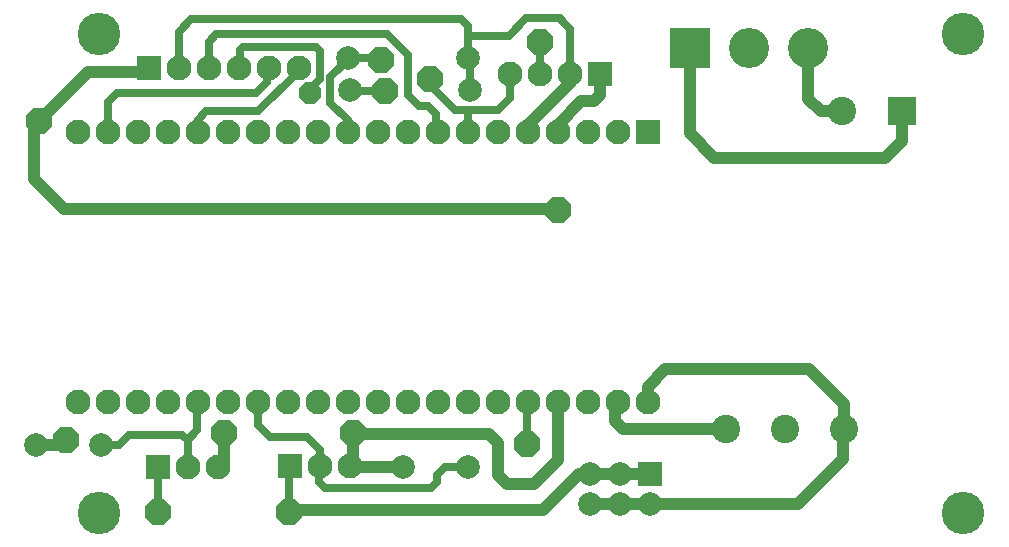
<source format=gbr>
G04 EasyPC Gerber Version 20.0.2 Build 4112 *
%FSLAX35Y35*%
%MOIN*%
%AMT79*0 Octagon Pad at angle 0*4,1,8,-0.01549,-0.03740,0.01549,-0.03740,0.03740,-0.01549,0.03740,0.01549,0.01549,0.03740,-0.01549,0.03740,-0.03740,0.01549,-0.03740,-0.01549,-0.01549,-0.03740,0*%
%ADD79T79*%
%AMT78*0 Octagon Pad at angle 0*4,1,8,-0.01794,-0.04331,0.01794,-0.04331,0.04331,-0.01794,0.04331,0.01794,0.01794,0.04331,-0.01794,0.04331,-0.04331,0.01794,-0.04331,-0.01794,-0.01794,-0.04331,0*%
%ADD78T78*%
%ADD18R,0.07874X0.07874*%
%ADD71R,0.08268X0.08268*%
%ADD75R,0.09449X0.09449*%
%ADD76R,0.13386X0.13386*%
%ADD80C,0.02559*%
%ADD29C,0.03937*%
%ADD19C,0.07874*%
%ADD20C,0.08268*%
%ADD25C,0.09449*%
%ADD77C,0.13386*%
%ADD74C,0.14173*%
X0Y0D02*
D02*
D18*
X230786Y25350D03*
D02*
D19*
X26079Y35055D03*
X47733D03*
X130036Y163850D03*
X130786Y153350D03*
X148579Y27600D03*
X170036Y163850D03*
X170233Y27600D03*
X170786Y153350D03*
X210786Y15350D03*
Y25350D03*
X220786Y15350D03*
Y25350D03*
X230786Y15350D03*
D02*
D71*
X63786Y160600D03*
X66656Y27478D03*
X110683Y27850D03*
X214120Y158469D03*
X230002Y139398D03*
D02*
D20*
X40002Y49398D03*
Y139398D03*
X50002Y49398D03*
Y139398D03*
X60002Y49398D03*
Y139398D03*
X70002Y49398D03*
Y139398D03*
X73786Y160600D03*
X76656Y27478D03*
X80002Y49398D03*
Y139398D03*
X83786Y160600D03*
X86656Y27478D03*
X90002Y49398D03*
Y139398D03*
X93786Y160600D03*
X100002Y49398D03*
Y139398D03*
X103786Y160600D03*
X110002Y49398D03*
Y139398D03*
X113786Y160600D03*
X120002Y49398D03*
Y139398D03*
X120683Y27850D03*
X130002Y49398D03*
Y139398D03*
X130683Y27850D03*
X140002Y49398D03*
Y139398D03*
X150002Y49398D03*
Y139398D03*
X160002Y49398D03*
Y139398D03*
X170002Y49398D03*
Y139398D03*
X180002Y49398D03*
Y139398D03*
X184120Y158469D03*
X190002Y49398D03*
Y139398D03*
X194120Y158469D03*
X200002Y49398D03*
Y139398D03*
X204120Y158469D03*
X210002Y49398D03*
Y139398D03*
X220002Y49398D03*
Y139398D03*
X230002Y49398D03*
D02*
D25*
X256023Y40220D03*
X275708D03*
X294684Y146126D03*
X295393Y40220D03*
D02*
D29*
X26079Y35055D02*
X36156D01*
Y36423*
X27194Y142856D02*
X25536Y141198D01*
Y123600*
X35536Y113600*
X199752*
X200002Y113350*
X63786Y160600D02*
Y159100D01*
X43438*
X27443Y143104*
Y142856*
X27194*
X88656Y38850D02*
Y29478D01*
X86656Y27478*
X131906Y38850D02*
Y29072D01*
X130683Y27850*
X148579Y27600D02*
X130933D01*
X130683Y27850*
X190002Y139398D02*
Y141546D01*
X197806Y149350*
X197891*
X204484Y155944*
X204450*
X204120Y156274*
Y158469*
X200002Y49398D02*
Y29816D01*
X192036Y21850*
X183156*
X180156Y24850*
Y35600*
X177156Y38600*
X132906*
X132656Y38850*
X131906*
X200002Y139398D02*
Y141732D01*
X207781Y149511*
X212129*
X214120Y151502*
Y158469*
X210786Y15350D02*
X220786D01*
X210786Y25350D02*
X207286D01*
X195036Y13100*
X110906*
X110406Y12600*
X210786Y25350D02*
X220786D01*
Y15350D02*
X230786D01*
X220786Y25350D02*
X230786D01*
Y15350D02*
X280286D01*
X295286Y30350*
Y40113*
X295393Y40220*
X256023D02*
X221713D01*
X219040Y42893*
Y48437*
X220002Y49398*
X294684Y146126D02*
X287760D01*
X283536Y150350*
Y167120*
X283417Y167240*
X295393Y40220D02*
Y48553D01*
X283636Y60310*
X235937*
X230002Y54374*
Y49398*
X314684Y146126D02*
Y136248D01*
X309036Y130600*
X252286*
X244036Y138850*
Y167229*
X244046Y167240*
D02*
D74*
X47286Y12350D03*
Y171838D03*
X335278Y12350D03*
Y171838D03*
D02*
D75*
X314684Y146126D03*
D02*
D76*
X244046Y167240D03*
D02*
D77*
X263731D03*
X283417D03*
D02*
D78*
X27194Y142856D03*
X36156Y36423D03*
X66656Y12600D03*
X88656Y38850D03*
X110406Y12600D03*
X131906Y38850D03*
X141033Y163137D03*
X142536Y152850D03*
X157536Y156850D03*
X189906Y35100D03*
X194120Y169100D03*
X200002Y113350D03*
D02*
D79*
X117536Y152350D03*
D02*
D80*
X47733Y35055D02*
X53861D01*
X57156Y38350*
X74906*
X76656Y36600*
X50002Y139398D02*
Y149325D01*
X53078Y152401*
X99607*
X103091Y155885*
Y159905*
X103786Y160600*
X66656Y27478D02*
Y12600D01*
X76656Y27478D02*
Y36600D01*
X79906Y39850*
Y48552*
X80002Y48648*
Y49398*
Y139398D02*
Y143280D01*
X82822Y146100*
X100286*
X112919Y158733*
Y159733*
X113786Y160600*
X83786D02*
Y169341D01*
X86295Y171850*
X143007*
X150036Y164821*
Y151751*
X153955Y147832*
X156898*
X159572Y145157*
Y139827*
X160002Y139398*
X110406Y12600D02*
Y27572D01*
X110683Y27850*
X117536Y152350D02*
Y153600D01*
X120786Y156850*
Y166350*
X119536Y167600*
X95036*
X94036Y166600*
Y160850*
X93786Y160600*
X120683Y27850D02*
Y33322D01*
X116406Y37600*
X104156*
X100156Y41600*
Y49244*
X100002Y49398*
X130002Y139398D02*
Y143134D01*
X124286Y148850*
Y157600*
X130036Y163350*
Y163850*
X140320*
X141033Y163137*
X142536Y152850D02*
X131286D01*
X130786Y153350*
X170002Y139398D02*
Y146600D01*
X165786*
X159286Y153100*
Y155100*
X157536Y156850*
X170036Y163850D02*
Y171350D01*
Y174600*
X167786Y176850*
X77906*
X73786Y172730*
Y160600*
X170233Y27600D02*
X162406D01*
X159656Y24850*
Y22600*
X157656Y20600*
X122406*
X120406Y22600*
Y27572*
X120683Y27850*
X170786Y153350D02*
Y163100D01*
X170036Y163850*
X184120Y158469D02*
X184036D01*
Y150600*
X180036Y146600*
X170002*
X189906Y35100D02*
Y48802D01*
X190002Y48898*
Y49398*
X194120Y158469D02*
Y169100D01*
X204120Y158469D02*
Y160335D01*
X204111Y160344*
Y173734*
X202286Y175559*
Y175600*
X200786Y177100*
X189536*
X183786Y171350*
X170036*
X0Y0D02*
M02*

</source>
